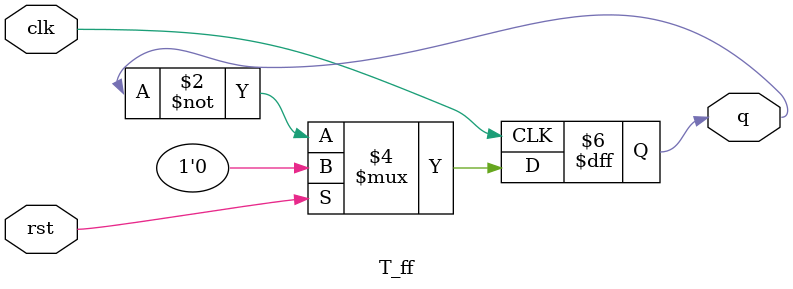
<source format=v>
module async_up_counter(
    input clk,        
    input rst,       
    output [3:0]q);

    T_ff t0 (.clk(clk),  .rst(rst), .q(q[0]));
    T_ff t1 (.clk(q[0]), .rst(rst), .q(q[1]));
    T_ff t2 (.clk(q[1]), .rst(rst), .q(q[2]));
    T_ff t3 (.clk(q[2]), .rst(rst), .q(q[3]));
endmodule

module T_ff(
    input clk,
    input rst,
    output reg q);
    always@(posedge clk)begin
        if (rst)
            q <= 0;
        else
            q <= ~q;   
    end
endmodule

</source>
